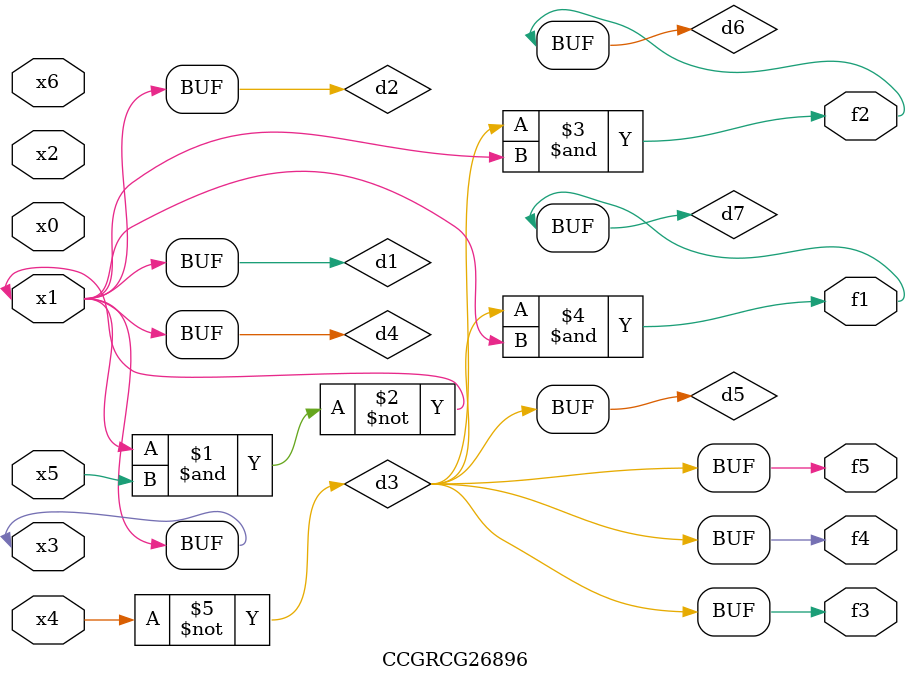
<source format=v>
module CCGRCG26896(
	input x0, x1, x2, x3, x4, x5, x6,
	output f1, f2, f3, f4, f5
);

	wire d1, d2, d3, d4, d5, d6, d7;

	buf (d1, x1, x3);
	nand (d2, x1, x5);
	not (d3, x4);
	buf (d4, d1, d2);
	buf (d5, d3);
	and (d6, d3, d4);
	and (d7, d3, d4);
	assign f1 = d7;
	assign f2 = d6;
	assign f3 = d5;
	assign f4 = d5;
	assign f5 = d5;
endmodule

</source>
